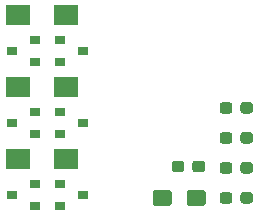
<source format=gbr>
G04 #@! TF.GenerationSoftware,KiCad,Pcbnew,(5.0.0)*
G04 #@! TF.CreationDate,2018-11-19T11:16:29+03:00*
G04 #@! TF.ProjectId,NeoP_6W,4E656F505F36572E6B696361645F7063,rev?*
G04 #@! TF.SameCoordinates,Original*
G04 #@! TF.FileFunction,Paste,Bot*
G04 #@! TF.FilePolarity,Positive*
%FSLAX46Y46*%
G04 Gerber Fmt 4.6, Leading zero omitted, Abs format (unit mm)*
G04 Created by KiCad (PCBNEW (5.0.0)) date 11/19/18 11:16:29*
%MOMM*%
%LPD*%
G01*
G04 APERTURE LIST*
%ADD10R,2.000000X1.700000*%
%ADD11C,0.100000*%
%ADD12C,0.950000*%
%ADD13R,0.900000X0.800000*%
%ADD14C,1.350000*%
G04 APERTURE END LIST*
D10*
G04 #@! TO.C,R4*
X101695500Y-79502000D03*
X105695500Y-79502000D03*
G04 #@! TD*
G04 #@! TO.C,R5*
X101695500Y-85598000D03*
X105695500Y-85598000D03*
G04 #@! TD*
G04 #@! TO.C,R6*
X105695500Y-91694000D03*
X101695500Y-91694000D03*
G04 #@! TD*
D11*
G04 #@! TO.C,R1*
G36*
X119577779Y-86902144D02*
X119600834Y-86905563D01*
X119623443Y-86911227D01*
X119645387Y-86919079D01*
X119666457Y-86929044D01*
X119686448Y-86941026D01*
X119705168Y-86954910D01*
X119722438Y-86970562D01*
X119738090Y-86987832D01*
X119751974Y-87006552D01*
X119763956Y-87026543D01*
X119773921Y-87047613D01*
X119781773Y-87069557D01*
X119787437Y-87092166D01*
X119790856Y-87115221D01*
X119792000Y-87138500D01*
X119792000Y-87613500D01*
X119790856Y-87636779D01*
X119787437Y-87659834D01*
X119781773Y-87682443D01*
X119773921Y-87704387D01*
X119763956Y-87725457D01*
X119751974Y-87745448D01*
X119738090Y-87764168D01*
X119722438Y-87781438D01*
X119705168Y-87797090D01*
X119686448Y-87810974D01*
X119666457Y-87822956D01*
X119645387Y-87832921D01*
X119623443Y-87840773D01*
X119600834Y-87846437D01*
X119577779Y-87849856D01*
X119554500Y-87851000D01*
X118979500Y-87851000D01*
X118956221Y-87849856D01*
X118933166Y-87846437D01*
X118910557Y-87840773D01*
X118888613Y-87832921D01*
X118867543Y-87822956D01*
X118847552Y-87810974D01*
X118828832Y-87797090D01*
X118811562Y-87781438D01*
X118795910Y-87764168D01*
X118782026Y-87745448D01*
X118770044Y-87725457D01*
X118760079Y-87704387D01*
X118752227Y-87682443D01*
X118746563Y-87659834D01*
X118743144Y-87636779D01*
X118742000Y-87613500D01*
X118742000Y-87138500D01*
X118743144Y-87115221D01*
X118746563Y-87092166D01*
X118752227Y-87069557D01*
X118760079Y-87047613D01*
X118770044Y-87026543D01*
X118782026Y-87006552D01*
X118795910Y-86987832D01*
X118811562Y-86970562D01*
X118828832Y-86954910D01*
X118847552Y-86941026D01*
X118867543Y-86929044D01*
X118888613Y-86919079D01*
X118910557Y-86911227D01*
X118933166Y-86905563D01*
X118956221Y-86902144D01*
X118979500Y-86901000D01*
X119554500Y-86901000D01*
X119577779Y-86902144D01*
X119577779Y-86902144D01*
G37*
D12*
X119267000Y-87376000D03*
D11*
G36*
X121327779Y-86902144D02*
X121350834Y-86905563D01*
X121373443Y-86911227D01*
X121395387Y-86919079D01*
X121416457Y-86929044D01*
X121436448Y-86941026D01*
X121455168Y-86954910D01*
X121472438Y-86970562D01*
X121488090Y-86987832D01*
X121501974Y-87006552D01*
X121513956Y-87026543D01*
X121523921Y-87047613D01*
X121531773Y-87069557D01*
X121537437Y-87092166D01*
X121540856Y-87115221D01*
X121542000Y-87138500D01*
X121542000Y-87613500D01*
X121540856Y-87636779D01*
X121537437Y-87659834D01*
X121531773Y-87682443D01*
X121523921Y-87704387D01*
X121513956Y-87725457D01*
X121501974Y-87745448D01*
X121488090Y-87764168D01*
X121472438Y-87781438D01*
X121455168Y-87797090D01*
X121436448Y-87810974D01*
X121416457Y-87822956D01*
X121395387Y-87832921D01*
X121373443Y-87840773D01*
X121350834Y-87846437D01*
X121327779Y-87849856D01*
X121304500Y-87851000D01*
X120729500Y-87851000D01*
X120706221Y-87849856D01*
X120683166Y-87846437D01*
X120660557Y-87840773D01*
X120638613Y-87832921D01*
X120617543Y-87822956D01*
X120597552Y-87810974D01*
X120578832Y-87797090D01*
X120561562Y-87781438D01*
X120545910Y-87764168D01*
X120532026Y-87745448D01*
X120520044Y-87725457D01*
X120510079Y-87704387D01*
X120502227Y-87682443D01*
X120496563Y-87659834D01*
X120493144Y-87636779D01*
X120492000Y-87613500D01*
X120492000Y-87138500D01*
X120493144Y-87115221D01*
X120496563Y-87092166D01*
X120502227Y-87069557D01*
X120510079Y-87047613D01*
X120520044Y-87026543D01*
X120532026Y-87006552D01*
X120545910Y-86987832D01*
X120561562Y-86970562D01*
X120578832Y-86954910D01*
X120597552Y-86941026D01*
X120617543Y-86929044D01*
X120638613Y-86919079D01*
X120660557Y-86911227D01*
X120683166Y-86905563D01*
X120706221Y-86902144D01*
X120729500Y-86901000D01*
X121304500Y-86901000D01*
X121327779Y-86902144D01*
X121327779Y-86902144D01*
G37*
D12*
X121017000Y-87376000D03*
G04 #@! TD*
D11*
G04 #@! TO.C,R2*
G36*
X119577779Y-89442144D02*
X119600834Y-89445563D01*
X119623443Y-89451227D01*
X119645387Y-89459079D01*
X119666457Y-89469044D01*
X119686448Y-89481026D01*
X119705168Y-89494910D01*
X119722438Y-89510562D01*
X119738090Y-89527832D01*
X119751974Y-89546552D01*
X119763956Y-89566543D01*
X119773921Y-89587613D01*
X119781773Y-89609557D01*
X119787437Y-89632166D01*
X119790856Y-89655221D01*
X119792000Y-89678500D01*
X119792000Y-90153500D01*
X119790856Y-90176779D01*
X119787437Y-90199834D01*
X119781773Y-90222443D01*
X119773921Y-90244387D01*
X119763956Y-90265457D01*
X119751974Y-90285448D01*
X119738090Y-90304168D01*
X119722438Y-90321438D01*
X119705168Y-90337090D01*
X119686448Y-90350974D01*
X119666457Y-90362956D01*
X119645387Y-90372921D01*
X119623443Y-90380773D01*
X119600834Y-90386437D01*
X119577779Y-90389856D01*
X119554500Y-90391000D01*
X118979500Y-90391000D01*
X118956221Y-90389856D01*
X118933166Y-90386437D01*
X118910557Y-90380773D01*
X118888613Y-90372921D01*
X118867543Y-90362956D01*
X118847552Y-90350974D01*
X118828832Y-90337090D01*
X118811562Y-90321438D01*
X118795910Y-90304168D01*
X118782026Y-90285448D01*
X118770044Y-90265457D01*
X118760079Y-90244387D01*
X118752227Y-90222443D01*
X118746563Y-90199834D01*
X118743144Y-90176779D01*
X118742000Y-90153500D01*
X118742000Y-89678500D01*
X118743144Y-89655221D01*
X118746563Y-89632166D01*
X118752227Y-89609557D01*
X118760079Y-89587613D01*
X118770044Y-89566543D01*
X118782026Y-89546552D01*
X118795910Y-89527832D01*
X118811562Y-89510562D01*
X118828832Y-89494910D01*
X118847552Y-89481026D01*
X118867543Y-89469044D01*
X118888613Y-89459079D01*
X118910557Y-89451227D01*
X118933166Y-89445563D01*
X118956221Y-89442144D01*
X118979500Y-89441000D01*
X119554500Y-89441000D01*
X119577779Y-89442144D01*
X119577779Y-89442144D01*
G37*
D12*
X119267000Y-89916000D03*
D11*
G36*
X121327779Y-89442144D02*
X121350834Y-89445563D01*
X121373443Y-89451227D01*
X121395387Y-89459079D01*
X121416457Y-89469044D01*
X121436448Y-89481026D01*
X121455168Y-89494910D01*
X121472438Y-89510562D01*
X121488090Y-89527832D01*
X121501974Y-89546552D01*
X121513956Y-89566543D01*
X121523921Y-89587613D01*
X121531773Y-89609557D01*
X121537437Y-89632166D01*
X121540856Y-89655221D01*
X121542000Y-89678500D01*
X121542000Y-90153500D01*
X121540856Y-90176779D01*
X121537437Y-90199834D01*
X121531773Y-90222443D01*
X121523921Y-90244387D01*
X121513956Y-90265457D01*
X121501974Y-90285448D01*
X121488090Y-90304168D01*
X121472438Y-90321438D01*
X121455168Y-90337090D01*
X121436448Y-90350974D01*
X121416457Y-90362956D01*
X121395387Y-90372921D01*
X121373443Y-90380773D01*
X121350834Y-90386437D01*
X121327779Y-90389856D01*
X121304500Y-90391000D01*
X120729500Y-90391000D01*
X120706221Y-90389856D01*
X120683166Y-90386437D01*
X120660557Y-90380773D01*
X120638613Y-90372921D01*
X120617543Y-90362956D01*
X120597552Y-90350974D01*
X120578832Y-90337090D01*
X120561562Y-90321438D01*
X120545910Y-90304168D01*
X120532026Y-90285448D01*
X120520044Y-90265457D01*
X120510079Y-90244387D01*
X120502227Y-90222443D01*
X120496563Y-90199834D01*
X120493144Y-90176779D01*
X120492000Y-90153500D01*
X120492000Y-89678500D01*
X120493144Y-89655221D01*
X120496563Y-89632166D01*
X120502227Y-89609557D01*
X120510079Y-89587613D01*
X120520044Y-89566543D01*
X120532026Y-89546552D01*
X120545910Y-89527832D01*
X120561562Y-89510562D01*
X120578832Y-89494910D01*
X120597552Y-89481026D01*
X120617543Y-89469044D01*
X120638613Y-89459079D01*
X120660557Y-89451227D01*
X120683166Y-89445563D01*
X120706221Y-89442144D01*
X120729500Y-89441000D01*
X121304500Y-89441000D01*
X121327779Y-89442144D01*
X121327779Y-89442144D01*
G37*
D12*
X121017000Y-89916000D03*
G04 #@! TD*
D11*
G04 #@! TO.C,R3*
G36*
X121327779Y-91982144D02*
X121350834Y-91985563D01*
X121373443Y-91991227D01*
X121395387Y-91999079D01*
X121416457Y-92009044D01*
X121436448Y-92021026D01*
X121455168Y-92034910D01*
X121472438Y-92050562D01*
X121488090Y-92067832D01*
X121501974Y-92086552D01*
X121513956Y-92106543D01*
X121523921Y-92127613D01*
X121531773Y-92149557D01*
X121537437Y-92172166D01*
X121540856Y-92195221D01*
X121542000Y-92218500D01*
X121542000Y-92693500D01*
X121540856Y-92716779D01*
X121537437Y-92739834D01*
X121531773Y-92762443D01*
X121523921Y-92784387D01*
X121513956Y-92805457D01*
X121501974Y-92825448D01*
X121488090Y-92844168D01*
X121472438Y-92861438D01*
X121455168Y-92877090D01*
X121436448Y-92890974D01*
X121416457Y-92902956D01*
X121395387Y-92912921D01*
X121373443Y-92920773D01*
X121350834Y-92926437D01*
X121327779Y-92929856D01*
X121304500Y-92931000D01*
X120729500Y-92931000D01*
X120706221Y-92929856D01*
X120683166Y-92926437D01*
X120660557Y-92920773D01*
X120638613Y-92912921D01*
X120617543Y-92902956D01*
X120597552Y-92890974D01*
X120578832Y-92877090D01*
X120561562Y-92861438D01*
X120545910Y-92844168D01*
X120532026Y-92825448D01*
X120520044Y-92805457D01*
X120510079Y-92784387D01*
X120502227Y-92762443D01*
X120496563Y-92739834D01*
X120493144Y-92716779D01*
X120492000Y-92693500D01*
X120492000Y-92218500D01*
X120493144Y-92195221D01*
X120496563Y-92172166D01*
X120502227Y-92149557D01*
X120510079Y-92127613D01*
X120520044Y-92106543D01*
X120532026Y-92086552D01*
X120545910Y-92067832D01*
X120561562Y-92050562D01*
X120578832Y-92034910D01*
X120597552Y-92021026D01*
X120617543Y-92009044D01*
X120638613Y-91999079D01*
X120660557Y-91991227D01*
X120683166Y-91985563D01*
X120706221Y-91982144D01*
X120729500Y-91981000D01*
X121304500Y-91981000D01*
X121327779Y-91982144D01*
X121327779Y-91982144D01*
G37*
D12*
X121017000Y-92456000D03*
D11*
G36*
X119577779Y-91982144D02*
X119600834Y-91985563D01*
X119623443Y-91991227D01*
X119645387Y-91999079D01*
X119666457Y-92009044D01*
X119686448Y-92021026D01*
X119705168Y-92034910D01*
X119722438Y-92050562D01*
X119738090Y-92067832D01*
X119751974Y-92086552D01*
X119763956Y-92106543D01*
X119773921Y-92127613D01*
X119781773Y-92149557D01*
X119787437Y-92172166D01*
X119790856Y-92195221D01*
X119792000Y-92218500D01*
X119792000Y-92693500D01*
X119790856Y-92716779D01*
X119787437Y-92739834D01*
X119781773Y-92762443D01*
X119773921Y-92784387D01*
X119763956Y-92805457D01*
X119751974Y-92825448D01*
X119738090Y-92844168D01*
X119722438Y-92861438D01*
X119705168Y-92877090D01*
X119686448Y-92890974D01*
X119666457Y-92902956D01*
X119645387Y-92912921D01*
X119623443Y-92920773D01*
X119600834Y-92926437D01*
X119577779Y-92929856D01*
X119554500Y-92931000D01*
X118979500Y-92931000D01*
X118956221Y-92929856D01*
X118933166Y-92926437D01*
X118910557Y-92920773D01*
X118888613Y-92912921D01*
X118867543Y-92902956D01*
X118847552Y-92890974D01*
X118828832Y-92877090D01*
X118811562Y-92861438D01*
X118795910Y-92844168D01*
X118782026Y-92825448D01*
X118770044Y-92805457D01*
X118760079Y-92784387D01*
X118752227Y-92762443D01*
X118746563Y-92739834D01*
X118743144Y-92716779D01*
X118742000Y-92693500D01*
X118742000Y-92218500D01*
X118743144Y-92195221D01*
X118746563Y-92172166D01*
X118752227Y-92149557D01*
X118760079Y-92127613D01*
X118770044Y-92106543D01*
X118782026Y-92086552D01*
X118795910Y-92067832D01*
X118811562Y-92050562D01*
X118828832Y-92034910D01*
X118847552Y-92021026D01*
X118867543Y-92009044D01*
X118888613Y-91999079D01*
X118910557Y-91991227D01*
X118933166Y-91985563D01*
X118956221Y-91982144D01*
X118979500Y-91981000D01*
X119554500Y-91981000D01*
X119577779Y-91982144D01*
X119577779Y-91982144D01*
G37*
D12*
X119267000Y-92456000D03*
G04 #@! TD*
D11*
G04 #@! TO.C,R7*
G36*
X119577779Y-94522144D02*
X119600834Y-94525563D01*
X119623443Y-94531227D01*
X119645387Y-94539079D01*
X119666457Y-94549044D01*
X119686448Y-94561026D01*
X119705168Y-94574910D01*
X119722438Y-94590562D01*
X119738090Y-94607832D01*
X119751974Y-94626552D01*
X119763956Y-94646543D01*
X119773921Y-94667613D01*
X119781773Y-94689557D01*
X119787437Y-94712166D01*
X119790856Y-94735221D01*
X119792000Y-94758500D01*
X119792000Y-95233500D01*
X119790856Y-95256779D01*
X119787437Y-95279834D01*
X119781773Y-95302443D01*
X119773921Y-95324387D01*
X119763956Y-95345457D01*
X119751974Y-95365448D01*
X119738090Y-95384168D01*
X119722438Y-95401438D01*
X119705168Y-95417090D01*
X119686448Y-95430974D01*
X119666457Y-95442956D01*
X119645387Y-95452921D01*
X119623443Y-95460773D01*
X119600834Y-95466437D01*
X119577779Y-95469856D01*
X119554500Y-95471000D01*
X118979500Y-95471000D01*
X118956221Y-95469856D01*
X118933166Y-95466437D01*
X118910557Y-95460773D01*
X118888613Y-95452921D01*
X118867543Y-95442956D01*
X118847552Y-95430974D01*
X118828832Y-95417090D01*
X118811562Y-95401438D01*
X118795910Y-95384168D01*
X118782026Y-95365448D01*
X118770044Y-95345457D01*
X118760079Y-95324387D01*
X118752227Y-95302443D01*
X118746563Y-95279834D01*
X118743144Y-95256779D01*
X118742000Y-95233500D01*
X118742000Y-94758500D01*
X118743144Y-94735221D01*
X118746563Y-94712166D01*
X118752227Y-94689557D01*
X118760079Y-94667613D01*
X118770044Y-94646543D01*
X118782026Y-94626552D01*
X118795910Y-94607832D01*
X118811562Y-94590562D01*
X118828832Y-94574910D01*
X118847552Y-94561026D01*
X118867543Y-94549044D01*
X118888613Y-94539079D01*
X118910557Y-94531227D01*
X118933166Y-94525563D01*
X118956221Y-94522144D01*
X118979500Y-94521000D01*
X119554500Y-94521000D01*
X119577779Y-94522144D01*
X119577779Y-94522144D01*
G37*
D12*
X119267000Y-94996000D03*
D11*
G36*
X121327779Y-94522144D02*
X121350834Y-94525563D01*
X121373443Y-94531227D01*
X121395387Y-94539079D01*
X121416457Y-94549044D01*
X121436448Y-94561026D01*
X121455168Y-94574910D01*
X121472438Y-94590562D01*
X121488090Y-94607832D01*
X121501974Y-94626552D01*
X121513956Y-94646543D01*
X121523921Y-94667613D01*
X121531773Y-94689557D01*
X121537437Y-94712166D01*
X121540856Y-94735221D01*
X121542000Y-94758500D01*
X121542000Y-95233500D01*
X121540856Y-95256779D01*
X121537437Y-95279834D01*
X121531773Y-95302443D01*
X121523921Y-95324387D01*
X121513956Y-95345457D01*
X121501974Y-95365448D01*
X121488090Y-95384168D01*
X121472438Y-95401438D01*
X121455168Y-95417090D01*
X121436448Y-95430974D01*
X121416457Y-95442956D01*
X121395387Y-95452921D01*
X121373443Y-95460773D01*
X121350834Y-95466437D01*
X121327779Y-95469856D01*
X121304500Y-95471000D01*
X120729500Y-95471000D01*
X120706221Y-95469856D01*
X120683166Y-95466437D01*
X120660557Y-95460773D01*
X120638613Y-95452921D01*
X120617543Y-95442956D01*
X120597552Y-95430974D01*
X120578832Y-95417090D01*
X120561562Y-95401438D01*
X120545910Y-95384168D01*
X120532026Y-95365448D01*
X120520044Y-95345457D01*
X120510079Y-95324387D01*
X120502227Y-95302443D01*
X120496563Y-95279834D01*
X120493144Y-95256779D01*
X120492000Y-95233500D01*
X120492000Y-94758500D01*
X120493144Y-94735221D01*
X120496563Y-94712166D01*
X120502227Y-94689557D01*
X120510079Y-94667613D01*
X120520044Y-94646543D01*
X120532026Y-94626552D01*
X120545910Y-94607832D01*
X120561562Y-94590562D01*
X120578832Y-94574910D01*
X120597552Y-94561026D01*
X120617543Y-94549044D01*
X120638613Y-94539079D01*
X120660557Y-94531227D01*
X120683166Y-94525563D01*
X120706221Y-94522144D01*
X120729500Y-94521000D01*
X121304500Y-94521000D01*
X121327779Y-94522144D01*
X121327779Y-94522144D01*
G37*
D12*
X121017000Y-94996000D03*
G04 #@! TD*
D11*
G04 #@! TO.C,TH1*
G36*
X117263779Y-91855144D02*
X117286834Y-91858563D01*
X117309443Y-91864227D01*
X117331387Y-91872079D01*
X117352457Y-91882044D01*
X117372448Y-91894026D01*
X117391168Y-91907910D01*
X117408438Y-91923562D01*
X117424090Y-91940832D01*
X117437974Y-91959552D01*
X117449956Y-91979543D01*
X117459921Y-92000613D01*
X117467773Y-92022557D01*
X117473437Y-92045166D01*
X117476856Y-92068221D01*
X117478000Y-92091500D01*
X117478000Y-92566500D01*
X117476856Y-92589779D01*
X117473437Y-92612834D01*
X117467773Y-92635443D01*
X117459921Y-92657387D01*
X117449956Y-92678457D01*
X117437974Y-92698448D01*
X117424090Y-92717168D01*
X117408438Y-92734438D01*
X117391168Y-92750090D01*
X117372448Y-92763974D01*
X117352457Y-92775956D01*
X117331387Y-92785921D01*
X117309443Y-92793773D01*
X117286834Y-92799437D01*
X117263779Y-92802856D01*
X117240500Y-92804000D01*
X116665500Y-92804000D01*
X116642221Y-92802856D01*
X116619166Y-92799437D01*
X116596557Y-92793773D01*
X116574613Y-92785921D01*
X116553543Y-92775956D01*
X116533552Y-92763974D01*
X116514832Y-92750090D01*
X116497562Y-92734438D01*
X116481910Y-92717168D01*
X116468026Y-92698448D01*
X116456044Y-92678457D01*
X116446079Y-92657387D01*
X116438227Y-92635443D01*
X116432563Y-92612834D01*
X116429144Y-92589779D01*
X116428000Y-92566500D01*
X116428000Y-92091500D01*
X116429144Y-92068221D01*
X116432563Y-92045166D01*
X116438227Y-92022557D01*
X116446079Y-92000613D01*
X116456044Y-91979543D01*
X116468026Y-91959552D01*
X116481910Y-91940832D01*
X116497562Y-91923562D01*
X116514832Y-91907910D01*
X116533552Y-91894026D01*
X116553543Y-91882044D01*
X116574613Y-91872079D01*
X116596557Y-91864227D01*
X116619166Y-91858563D01*
X116642221Y-91855144D01*
X116665500Y-91854000D01*
X117240500Y-91854000D01*
X117263779Y-91855144D01*
X117263779Y-91855144D01*
G37*
D12*
X116953000Y-92329000D03*
D11*
G36*
X115513779Y-91855144D02*
X115536834Y-91858563D01*
X115559443Y-91864227D01*
X115581387Y-91872079D01*
X115602457Y-91882044D01*
X115622448Y-91894026D01*
X115641168Y-91907910D01*
X115658438Y-91923562D01*
X115674090Y-91940832D01*
X115687974Y-91959552D01*
X115699956Y-91979543D01*
X115709921Y-92000613D01*
X115717773Y-92022557D01*
X115723437Y-92045166D01*
X115726856Y-92068221D01*
X115728000Y-92091500D01*
X115728000Y-92566500D01*
X115726856Y-92589779D01*
X115723437Y-92612834D01*
X115717773Y-92635443D01*
X115709921Y-92657387D01*
X115699956Y-92678457D01*
X115687974Y-92698448D01*
X115674090Y-92717168D01*
X115658438Y-92734438D01*
X115641168Y-92750090D01*
X115622448Y-92763974D01*
X115602457Y-92775956D01*
X115581387Y-92785921D01*
X115559443Y-92793773D01*
X115536834Y-92799437D01*
X115513779Y-92802856D01*
X115490500Y-92804000D01*
X114915500Y-92804000D01*
X114892221Y-92802856D01*
X114869166Y-92799437D01*
X114846557Y-92793773D01*
X114824613Y-92785921D01*
X114803543Y-92775956D01*
X114783552Y-92763974D01*
X114764832Y-92750090D01*
X114747562Y-92734438D01*
X114731910Y-92717168D01*
X114718026Y-92698448D01*
X114706044Y-92678457D01*
X114696079Y-92657387D01*
X114688227Y-92635443D01*
X114682563Y-92612834D01*
X114679144Y-92589779D01*
X114678000Y-92566500D01*
X114678000Y-92091500D01*
X114679144Y-92068221D01*
X114682563Y-92045166D01*
X114688227Y-92022557D01*
X114696079Y-92000613D01*
X114706044Y-91979543D01*
X114718026Y-91959552D01*
X114731910Y-91940832D01*
X114747562Y-91923562D01*
X114764832Y-91907910D01*
X114783552Y-91894026D01*
X114803543Y-91882044D01*
X114824613Y-91872079D01*
X114846557Y-91864227D01*
X114869166Y-91858563D01*
X114892221Y-91855144D01*
X114915500Y-91854000D01*
X115490500Y-91854000D01*
X115513779Y-91855144D01*
X115513779Y-91855144D01*
G37*
D12*
X115203000Y-92329000D03*
G04 #@! TD*
D13*
G04 #@! TO.C,Q1*
X105172000Y-83500000D03*
X105172000Y-81600000D03*
X107172000Y-82550000D03*
G04 #@! TD*
G04 #@! TO.C,Q2*
X105172000Y-89596000D03*
X105172000Y-87696000D03*
X107172000Y-88646000D03*
G04 #@! TD*
G04 #@! TO.C,Q3*
X107172000Y-94742000D03*
X105172000Y-93792000D03*
X105172000Y-95692000D03*
G04 #@! TD*
G04 #@! TO.C,Q4*
X103108000Y-81600000D03*
X103108000Y-83500000D03*
X101108000Y-82550000D03*
G04 #@! TD*
G04 #@! TO.C,Q5*
X101108000Y-88646000D03*
X103108000Y-89596000D03*
X103108000Y-87696000D03*
G04 #@! TD*
G04 #@! TO.C,Q6*
X101108000Y-94742000D03*
X103108000Y-95692000D03*
X103108000Y-93792000D03*
G04 #@! TD*
D11*
G04 #@! TO.C,C1*
G36*
X117315505Y-94322204D02*
X117339773Y-94325804D01*
X117363572Y-94331765D01*
X117386671Y-94340030D01*
X117408850Y-94350520D01*
X117429893Y-94363132D01*
X117449599Y-94377747D01*
X117467777Y-94394223D01*
X117484253Y-94412401D01*
X117498868Y-94432107D01*
X117511480Y-94453150D01*
X117521970Y-94475329D01*
X117530235Y-94498428D01*
X117536196Y-94522227D01*
X117539796Y-94546495D01*
X117541000Y-94570999D01*
X117541000Y-95421001D01*
X117539796Y-95445505D01*
X117536196Y-95469773D01*
X117530235Y-95493572D01*
X117521970Y-95516671D01*
X117511480Y-95538850D01*
X117498868Y-95559893D01*
X117484253Y-95579599D01*
X117467777Y-95597777D01*
X117449599Y-95614253D01*
X117429893Y-95628868D01*
X117408850Y-95641480D01*
X117386671Y-95651970D01*
X117363572Y-95660235D01*
X117339773Y-95666196D01*
X117315505Y-95669796D01*
X117291001Y-95671000D01*
X116215999Y-95671000D01*
X116191495Y-95669796D01*
X116167227Y-95666196D01*
X116143428Y-95660235D01*
X116120329Y-95651970D01*
X116098150Y-95641480D01*
X116077107Y-95628868D01*
X116057401Y-95614253D01*
X116039223Y-95597777D01*
X116022747Y-95579599D01*
X116008132Y-95559893D01*
X115995520Y-95538850D01*
X115985030Y-95516671D01*
X115976765Y-95493572D01*
X115970804Y-95469773D01*
X115967204Y-95445505D01*
X115966000Y-95421001D01*
X115966000Y-94570999D01*
X115967204Y-94546495D01*
X115970804Y-94522227D01*
X115976765Y-94498428D01*
X115985030Y-94475329D01*
X115995520Y-94453150D01*
X116008132Y-94432107D01*
X116022747Y-94412401D01*
X116039223Y-94394223D01*
X116057401Y-94377747D01*
X116077107Y-94363132D01*
X116098150Y-94350520D01*
X116120329Y-94340030D01*
X116143428Y-94331765D01*
X116167227Y-94325804D01*
X116191495Y-94322204D01*
X116215999Y-94321000D01*
X117291001Y-94321000D01*
X117315505Y-94322204D01*
X117315505Y-94322204D01*
G37*
D14*
X116753500Y-94996000D03*
D11*
G36*
X114440505Y-94322204D02*
X114464773Y-94325804D01*
X114488572Y-94331765D01*
X114511671Y-94340030D01*
X114533850Y-94350520D01*
X114554893Y-94363132D01*
X114574599Y-94377747D01*
X114592777Y-94394223D01*
X114609253Y-94412401D01*
X114623868Y-94432107D01*
X114636480Y-94453150D01*
X114646970Y-94475329D01*
X114655235Y-94498428D01*
X114661196Y-94522227D01*
X114664796Y-94546495D01*
X114666000Y-94570999D01*
X114666000Y-95421001D01*
X114664796Y-95445505D01*
X114661196Y-95469773D01*
X114655235Y-95493572D01*
X114646970Y-95516671D01*
X114636480Y-95538850D01*
X114623868Y-95559893D01*
X114609253Y-95579599D01*
X114592777Y-95597777D01*
X114574599Y-95614253D01*
X114554893Y-95628868D01*
X114533850Y-95641480D01*
X114511671Y-95651970D01*
X114488572Y-95660235D01*
X114464773Y-95666196D01*
X114440505Y-95669796D01*
X114416001Y-95671000D01*
X113340999Y-95671000D01*
X113316495Y-95669796D01*
X113292227Y-95666196D01*
X113268428Y-95660235D01*
X113245329Y-95651970D01*
X113223150Y-95641480D01*
X113202107Y-95628868D01*
X113182401Y-95614253D01*
X113164223Y-95597777D01*
X113147747Y-95579599D01*
X113133132Y-95559893D01*
X113120520Y-95538850D01*
X113110030Y-95516671D01*
X113101765Y-95493572D01*
X113095804Y-95469773D01*
X113092204Y-95445505D01*
X113091000Y-95421001D01*
X113091000Y-94570999D01*
X113092204Y-94546495D01*
X113095804Y-94522227D01*
X113101765Y-94498428D01*
X113110030Y-94475329D01*
X113120520Y-94453150D01*
X113133132Y-94432107D01*
X113147747Y-94412401D01*
X113164223Y-94394223D01*
X113182401Y-94377747D01*
X113202107Y-94363132D01*
X113223150Y-94350520D01*
X113245329Y-94340030D01*
X113268428Y-94331765D01*
X113292227Y-94325804D01*
X113316495Y-94322204D01*
X113340999Y-94321000D01*
X114416001Y-94321000D01*
X114440505Y-94322204D01*
X114440505Y-94322204D01*
G37*
D14*
X113878500Y-94996000D03*
G04 #@! TD*
M02*

</source>
